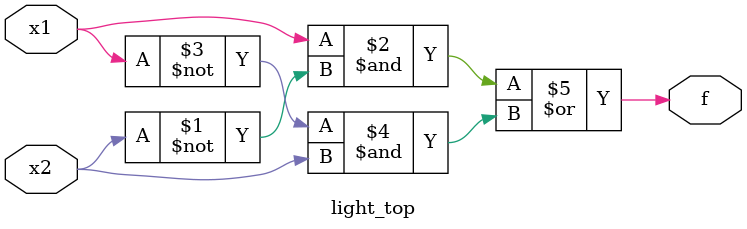
<source format=v>
module light_top (x1, x2, f);

	input x1, x2;
	
	output f;
	
	assign f = (x1 & ~x2)|(~x1 & x2);
	
endmodule
</source>
